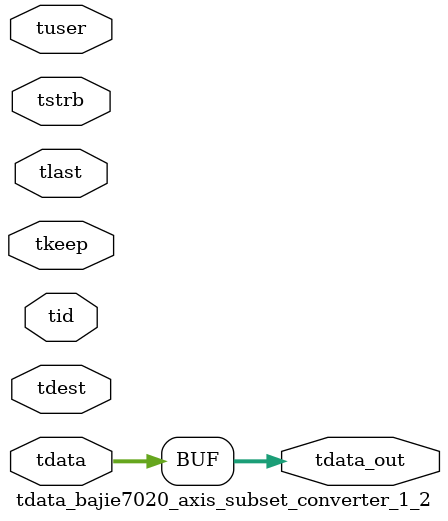
<source format=v>


`timescale 1ps/1ps

module tdata_bajie7020_axis_subset_converter_1_2 #
(
parameter C_S_AXIS_TDATA_WIDTH = 32,
parameter C_S_AXIS_TUSER_WIDTH = 0,
parameter C_S_AXIS_TID_WIDTH   = 0,
parameter C_S_AXIS_TDEST_WIDTH = 0,
parameter C_M_AXIS_TDATA_WIDTH = 32
)
(
input  [(C_S_AXIS_TDATA_WIDTH == 0 ? 1 : C_S_AXIS_TDATA_WIDTH)-1:0     ] tdata,
input  [(C_S_AXIS_TUSER_WIDTH == 0 ? 1 : C_S_AXIS_TUSER_WIDTH)-1:0     ] tuser,
input  [(C_S_AXIS_TID_WIDTH   == 0 ? 1 : C_S_AXIS_TID_WIDTH)-1:0       ] tid,
input  [(C_S_AXIS_TDEST_WIDTH == 0 ? 1 : C_S_AXIS_TDEST_WIDTH)-1:0     ] tdest,
input  [(C_S_AXIS_TDATA_WIDTH/8)-1:0 ] tkeep,
input  [(C_S_AXIS_TDATA_WIDTH/8)-1:0 ] tstrb,
input                                                                    tlast,
output [C_M_AXIS_TDATA_WIDTH-1:0] tdata_out
);

assign tdata_out = {tdata[63:0]};

endmodule


</source>
